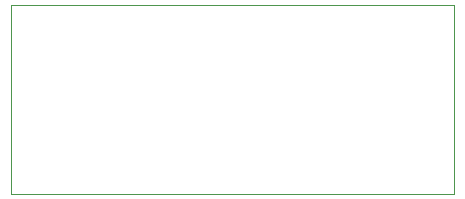
<source format=gbr>
%TF.GenerationSoftware,KiCad,Pcbnew,(5.1.7)-1*%
%TF.CreationDate,2021-03-23T20:34:08+01:00*%
%TF.ProjectId,sk-1_octave,736b2d31-5f6f-4637-9461-76652e6b6963,rev?*%
%TF.SameCoordinates,Original*%
%TF.FileFunction,Profile,NP*%
%FSLAX46Y46*%
G04 Gerber Fmt 4.6, Leading zero omitted, Abs format (unit mm)*
G04 Created by KiCad (PCBNEW (5.1.7)-1) date 2021-03-23 20:34:08*
%MOMM*%
%LPD*%
G01*
G04 APERTURE LIST*
%TA.AperFunction,Profile*%
%ADD10C,0.050000*%
%TD*%
G04 APERTURE END LIST*
D10*
X110500000Y-97500000D02*
X73000000Y-97500000D01*
X110500000Y-113500000D02*
X110500000Y-97500000D01*
X73000000Y-113500000D02*
X110500000Y-113500000D01*
X73000000Y-97500000D02*
X73000000Y-113500000D01*
M02*

</source>
